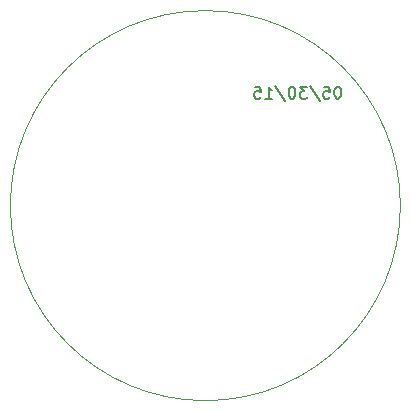
<source format=gbo>
G04 (created by PCBNEW (2013-07-07 BZR 4022)-stable) date 5/30/2015 6:27:29 PM*
%MOIN*%
G04 Gerber Fmt 3.4, Leading zero omitted, Abs format*
%FSLAX34Y34*%
G01*
G70*
G90*
G04 APERTURE LIST*
%ADD10C,0.00590551*%
%ADD11C,0.006*%
%ADD12C,0.00393701*%
G04 APERTURE END LIST*
G54D10*
G54D11*
X82432Y-48042D02*
X82395Y-48042D01*
X82358Y-48061D01*
X82339Y-48079D01*
X82321Y-48116D01*
X82302Y-48191D01*
X82302Y-48284D01*
X82321Y-48358D01*
X82339Y-48395D01*
X82358Y-48414D01*
X82395Y-48433D01*
X82432Y-48433D01*
X82469Y-48414D01*
X82488Y-48395D01*
X82507Y-48358D01*
X82525Y-48284D01*
X82525Y-48191D01*
X82507Y-48116D01*
X82488Y-48079D01*
X82469Y-48061D01*
X82432Y-48042D01*
X81949Y-48042D02*
X82135Y-48042D01*
X82153Y-48228D01*
X82135Y-48209D01*
X82097Y-48191D01*
X82004Y-48191D01*
X81967Y-48209D01*
X81949Y-48228D01*
X81930Y-48265D01*
X81930Y-48358D01*
X81949Y-48395D01*
X81967Y-48414D01*
X82004Y-48433D01*
X82097Y-48433D01*
X82135Y-48414D01*
X82153Y-48395D01*
X81484Y-48023D02*
X81818Y-48526D01*
X81391Y-48042D02*
X81149Y-48042D01*
X81279Y-48191D01*
X81223Y-48191D01*
X81186Y-48209D01*
X81167Y-48228D01*
X81149Y-48265D01*
X81149Y-48358D01*
X81167Y-48395D01*
X81186Y-48414D01*
X81223Y-48433D01*
X81335Y-48433D01*
X81372Y-48414D01*
X81391Y-48395D01*
X80907Y-48042D02*
X80870Y-48042D01*
X80833Y-48061D01*
X80814Y-48079D01*
X80796Y-48116D01*
X80777Y-48191D01*
X80777Y-48284D01*
X80796Y-48358D01*
X80814Y-48395D01*
X80833Y-48414D01*
X80870Y-48433D01*
X80907Y-48433D01*
X80944Y-48414D01*
X80963Y-48395D01*
X80982Y-48358D01*
X81000Y-48284D01*
X81000Y-48191D01*
X80982Y-48116D01*
X80963Y-48079D01*
X80944Y-48061D01*
X80907Y-48042D01*
X80331Y-48023D02*
X80665Y-48526D01*
X79996Y-48433D02*
X80219Y-48433D01*
X80107Y-48433D02*
X80107Y-48042D01*
X80145Y-48098D01*
X80182Y-48135D01*
X80219Y-48154D01*
X79642Y-48042D02*
X79828Y-48042D01*
X79847Y-48228D01*
X79828Y-48209D01*
X79791Y-48191D01*
X79698Y-48191D01*
X79661Y-48209D01*
X79642Y-48228D01*
X79624Y-48265D01*
X79624Y-48358D01*
X79642Y-48395D01*
X79661Y-48414D01*
X79698Y-48433D01*
X79791Y-48433D01*
X79828Y-48414D01*
X79847Y-48395D01*
G54D12*
X84500Y-52000D02*
G75*
G03X84500Y-52000I-6500J0D01*
G74*
G01*
M02*

</source>
